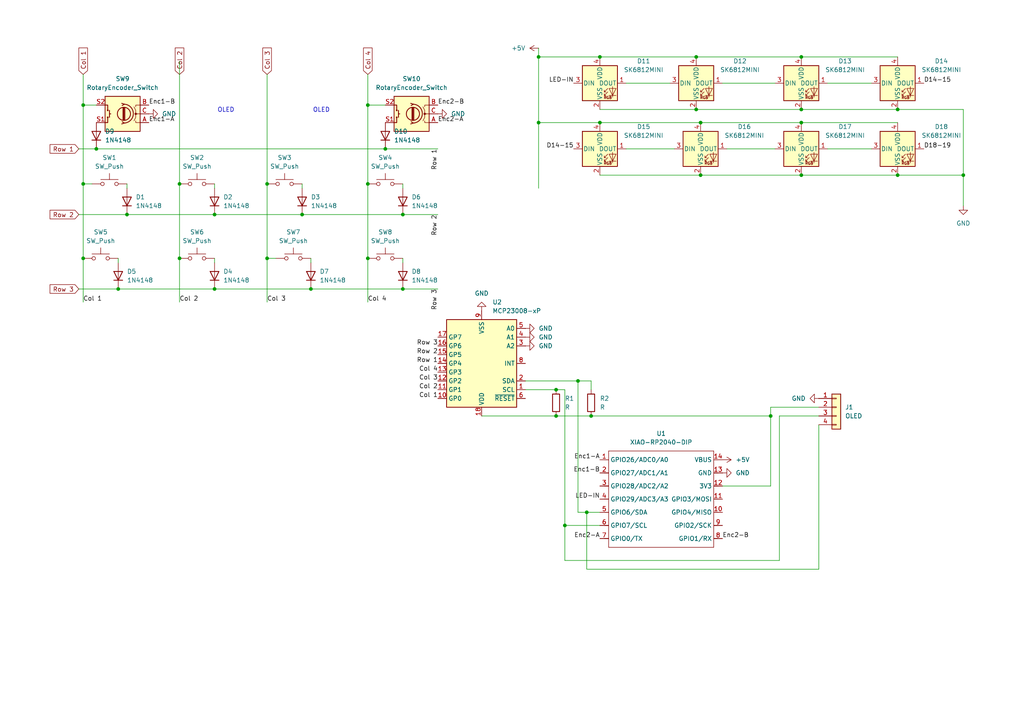
<source format=kicad_sch>
(kicad_sch (version 20250114) (generator "eeschema") (generator_version "9.0")
  (paper "A4")
  (lib_symbols
    (symbol "Connector_Generic:Conn_01x04" (pin_names (offset 1.016) (hide yes))
      (property "Reference" "J" (at 0 5.08 0))
      (property "Value" "Conn_01x04" (at 0 -7.62 0))
      (symbol "Conn_01x04_1_1"
        (rectangle (start -1.27 3.81) (end 1.27 -6.35) (stroke (width 0.254)) (fill (type background)))
        (rectangle (start -1.27 2.667) (end 0 2.413) (stroke (width 0.1524)))
        (rectangle (start -1.27 0.127) (end 0 -0.127) (stroke (width 0.1524)))
        (rectangle (start -1.27 -2.413) (end 0 -2.667) (stroke (width 0.1524)))
        (rectangle (start -1.27 -4.953) (end 0 -5.207) (stroke (width 0.1524)))
        (pin passive line (at -5.08 2.54 0) (length 3.81) (name "Pin_1") (number "1"))
        (pin passive line (at -5.08 0 0) (length 3.81) (name "Pin_2") (number "2"))
        (pin passive line (at -5.08 -2.54 0) (length 3.81) (name "Pin_3") (number "3"))
        (pin passive line (at -5.08 -5.08 0) (length 3.81) (name "Pin_4") (number "4"))
      )
    )
    (symbol "Device:R" (pin_numbers (hide yes)) (pin_names (offset 0))
      (property "Reference" "R" (at 2.032 0 90))
      (property "Value" "R" (at 0 0 90))
      (symbol "R_0_1"
        (rectangle (start -1.016 -2.54) (end 1.016 2.54) (stroke (width 0.254)))
      )
      (symbol "R_1_1"
        (pin passive line (at 0 3.81 270) (length 1.27) (name "~") (number "1"))
        (pin passive line (at 0 -3.81 90) (length 1.27) (name "~") (number "2"))
      )
    )
    (symbol "Device:RotaryEncoder_Switch" (pin_names (offset 0.254) (hide yes))
      (property "Reference" "SW" (at 0 6.604 0))
      (property "Value" "RotaryEncoder_Switch" (at 0 -6.604 0))
      (symbol "RotaryEncoder_Switch_0_1"
        (rectangle (start -5.08 5.08) (end 5.08 -5.08) (stroke (width 0.254)) (fill (type background)))
        (polyline (pts (xy -5.08 2.54) (xy -3.81 2.54) (xy -3.81 2.032)))
        (polyline (pts (xy -5.08 0) (xy -3.81 0) (xy -3.81 -1.016) (xy -3.302 -2.032)))
        (polyline (pts (xy -5.08 -2.54) (xy -3.81 -2.54) (xy -3.81 -2.032)))
        (polyline (pts (xy -4.318 0) (xy -3.81 0) (xy -3.81 1.016) (xy -3.302 2.032)))
        (circle (center -3.81 0) (radius 0.254) (fill (type outline)))
        (polyline (pts (xy -0.635 -1.778) (xy -0.635 1.778)) (stroke (width 0.254)))
        (circle (center -0.381 0) (radius 1.905) (stroke (width 0.254)))
        (polyline (pts (xy -0.381 -1.778) (xy -0.381 1.778)) (stroke (width 0.254)))
        (arc (start -0.381 -2.794) (mid -3.0988 -0.0635) (end -0.381 2.667) (stroke (width 0.254)))
        (polyline (pts (xy -0.127 1.778) (xy -0.127 -1.778)) (stroke (width 0.254)))
        (polyline (pts (xy 0.254 2.921) (xy -0.508 2.667) (xy 0.127 2.286)) (stroke (width 0.254)))
        (polyline (pts (xy 0.254 -3.048) (xy -0.508 -2.794) (xy 0.127 -2.413)) (stroke (width 0.254)))
        (polyline (pts (xy 3.81 1.016) (xy 3.81 -1.016)) (stroke (width 0.254)))
        (polyline (pts (xy 3.81 0) (xy 3.429 0)) (stroke (width 0.254)))
        (circle (center 4.318 1.016) (radius 0.127) (stroke (width 0.254)))
        (circle (center 4.318 -1.016) (radius 0.127) (stroke (width 0.254)))
        (polyline (pts (xy 5.08 2.54) (xy 4.318 2.54) (xy 4.318 1.016)) (stroke (width 0.254)))
        (polyline (pts (xy 5.08 -2.54) (xy 4.318 -2.54) (xy 4.318 -1.016)) (stroke (width 0.254)))
      )
      (symbol "RotaryEncoder_Switch_1_1"
        (pin passive line (at -7.62 2.54 0) (length 2.54) (name "A") (number "A"))
        (pin passive line (at -7.62 0 0) (length 2.54) (name "C") (number "C"))
        (pin passive line (at -7.62 -2.54 0) (length 2.54) (name "B") (number "B"))
        (pin passive line (at 7.62 2.54 180) (length 2.54) (name "S1") (number "S1"))
        (pin passive line (at 7.62 -2.54 180) (length 2.54) (name "S2") (number "S2"))
      )
    )
    (symbol "Diode:1N4148" (pin_numbers (hide yes)) (pin_names (hide yes))
      (property "Reference" "D" (at 0 2.54 0))
      (property "Value" "1N4148" (at 0 -2.54 0))
      (symbol "1N4148_0_1"
        (polyline (pts (xy -1.27 1.27) (xy -1.27 -1.27)) (stroke (width 0.254)))
        (polyline (pts (xy 1.27 1.27) (xy 1.27 -1.27) (xy -1.27 0) (xy 1.27 1.27)) (stroke (width 0.254)))
        (polyline (pts (xy 1.27 0) (xy -1.27 0)))
      )
      (symbol "1N4148_1_1"
        (pin passive line (at -3.81 0 0) (length 2.54) (name "K") (number "1"))
        (pin passive line (at 3.81 0 180) (length 2.54) (name "A") (number "2"))
      )
    )
    (symbol "Interface_Expansion:MCP23008-xP"
      (property "Reference" "U" (at -8.89 13.97 0))
      (property "Value" "MCP23008-xP" (at 8.89 13.97 0))
      (symbol "MCP23008-xP_0_1"
        (rectangle (start -10.16 12.7) (end 10.16 -12.7) (stroke (width 0.254)) (fill (type background)))
      )
      (symbol "MCP23008-xP_1_1"
        (pin input line (at -12.7 10.16 0) (length 2.54) (name "~{RESET}") (number "6"))
        (pin input line (at -12.7 7.62 0) (length 2.54) (name "SCL") (number "1"))
        (pin bidirectional line (at -12.7 5.08 0) (length 2.54) (name "SDA") (number "2"))
        (pin output line (at -12.7 0 0) (length 2.54) (name "INT") (number "8"))
        (pin input line (at -12.7 -5.08 0) (length 2.54) (name "A2") (number "3"))
        (pin input line (at -12.7 -7.62 0) (length 2.54) (name "A1") (number "4"))
        (pin input line (at -12.7 -10.16 0) (length 2.54) (name "A0") (number "5"))
        (pin no_connect line (at -10.16 -2.54 0) (length 2.54) (hide yes) (name "NC") (number "7"))
        (pin power_in line (at 0 15.24 270) (length 2.54) (name "VDD") (number "18"))
        (pin power_in line (at 0 -15.24 90) (length 2.54) (name "VSS") (number "9"))
        (pin bidirectional line (at 12.7 10.16 180) (length 2.54) (name "GP0") (number "10"))
        (pin bidirectional line (at 12.7 7.62 180) (length 2.54) (name "GP1") (number "11"))
        (pin bidirectional line (at 12.7 5.08 180) (length 2.54) (name "GP2") (number "12"))
        (pin bidirectional line (at 12.7 2.54 180) (length 2.54) (name "GP3") (number "13"))
        (pin bidirectional line (at 12.7 0 180) (length 2.54) (name "GP4") (number "14"))
        (pin bidirectional line (at 12.7 -2.54 180) (length 2.54) (name "GP5") (number "15"))
        (pin bidirectional line (at 12.7 -5.08 180) (length 2.54) (name "GP6") (number "16"))
        (pin bidirectional line (at 12.7 -7.62 180) (length 2.54) (name "GP7") (number "17"))
      )
    )
    (symbol "LED:SK6812MINI" (pin_names (offset 0.254))
      (property "Reference" "D" (at 5.08 5.715 0))
      (property "Value" "SK6812MINI" (at 1.27 -5.715 0))
      (symbol "SK6812MINI_0_0"
        (text "RGB" (at 2.286 -4.191 0) (effects (font (size 0.762 0.762))))
      )
      (symbol "SK6812MINI_0_1"
        (polyline (pts (xy 1.27 -2.54) (xy 1.778 -2.54)))
        (polyline (pts (xy 1.27 -3.556) (xy 1.778 -3.556)))
        (polyline (pts (xy 2.286 -1.524) (xy 1.27 -2.54) (xy 1.27 -2.032)))
        (polyline (pts (xy 2.286 -2.54) (xy 1.27 -3.556) (xy 1.27 -3.048)))
        (polyline (pts (xy 3.683 -1.016) (xy 3.683 -3.556) (xy 3.683 -4.064)))
        (polyline (pts (xy 4.699 -1.524) (xy 2.667 -1.524) (xy 3.683 -3.556) (xy 4.699 -1.524)))
        (polyline (pts (xy 4.699 -3.556) (xy 2.667 -3.556)))
        (rectangle (start 5.08 5.08) (end -5.08 -5.08) (stroke (width 0.254)) (fill (type background)))
      )
      (symbol "SK6812MINI_1_1"
        (pin input line (at -7.62 0 0) (length 2.54) (name "DIN") (number "3"))
        (pin power_in line (at 0 7.62 270) (length 2.54) (name "VDD") (number "4"))
        (pin power_in line (at 0 -7.62 90) (length 2.54) (name "VSS") (number "2"))
        (pin output line (at 7.62 0 180) (length 2.54) (name "DOUT") (number "1"))
      )
    )
    (symbol "OPL:XIAO-RP2040-DIP"
      (property "Reference" "U" (at 0 0 0))
      (property "Value" "XIAO-RP2040-DIP" (at 5.334 -1.778 0))
      (symbol "XIAO-RP2040-DIP_1_0"
        (polyline (pts (xy -1.27 -2.54) (xy 29.21 -2.54)) (stroke (width 0.1524)))
        (polyline (pts (xy -1.27 -5.08) (xy -2.54 -5.08)) (stroke (width 0.1524)))
        (polyline (pts (xy -1.27 -5.08) (xy -1.27 -2.54)) (stroke (width 0.1524)))
        (polyline (pts (xy -1.27 -8.89) (xy -2.54 -8.89)) (stroke (width 0.1524)))
        (polyline (pts (xy -1.27 -8.89) (xy -1.27 -5.08)) (stroke (width 0.1524)))
        (polyline (pts (xy -1.27 -12.7) (xy -2.54 -12.7)) (stroke (width 0.1524)))
        (polyline (pts (xy -1.27 -12.7) (xy -1.27 -8.89)) (stroke (width 0.1524)))
        (polyline (pts (xy -1.27 -16.51) (xy -2.54 -16.51)) (stroke (width 0.1524)))
        (polyline (pts (xy -1.27 -16.51) (xy -1.27 -12.7)) (stroke (width 0.1524)))
        (polyline (pts (xy -1.27 -20.32) (xy -2.54 -20.32)) (stroke (width 0.1524)))
        (polyline (pts (xy -1.27 -24.13) (xy -2.54 -24.13)) (stroke (width 0.1524)))
        (polyline (pts (xy -1.27 -27.94) (xy -2.54 -27.94)) (stroke (width 0.1524)))
        (polyline (pts (xy -1.27 -30.48) (xy -1.27 -16.51)) (stroke (width 0.1524)))
        (polyline (pts (xy 29.21 -2.54) (xy 29.21 -5.08)) (stroke (width 0.1524)))
        (polyline (pts (xy 29.21 -5.08) (xy 29.21 -8.89)) (stroke (width 0.1524)))
        (polyline (pts (xy 29.21 -8.89) (xy 29.21 -12.7)) (stroke (width 0.1524)))
        (polyline (pts (xy 29.21 -12.7) (xy 29.21 -30.48)) (stroke (width 0.1524)))
        (polyline (pts (xy 29.21 -30.48) (xy -1.27 -30.48)) (stroke (width 0.1524)))
        (polyline (pts (xy 30.48 -5.08) (xy 29.21 -5.08)) (stroke (width 0.1524)))
        (polyline (pts (xy 30.48 -8.89) (xy 29.21 -8.89)) (stroke (width 0.1524)))
        (polyline (pts (xy 30.48 -12.7) (xy 29.21 -12.7)) (stroke (width 0.1524)))
        (polyline (pts (xy 30.48 -16.51) (xy 29.21 -16.51)) (stroke (width 0.1524)))
        (polyline (pts (xy 30.48 -20.32) (xy 29.21 -20.32)) (stroke (width 0.1524)))
        (polyline (pts (xy 30.48 -24.13) (xy 29.21 -24.13)) (stroke (width 0.1524)))
        (polyline (pts (xy 30.48 -27.94) (xy 29.21 -27.94)) (stroke (width 0.1524)))
        (pin passive line (at -3.81 -5.08 0) (length 2.54) (name "GPIO26/ADC0/A0") (number "1"))
        (pin passive line (at -3.81 -8.89 0) (length 2.54) (name "GPIO27/ADC1/A1") (number "2"))
        (pin passive line (at -3.81 -12.7 0) (length 2.54) (name "GPIO28/ADC2/A2") (number "3"))
        (pin passive line (at -3.81 -16.51 0) (length 2.54) (name "GPIO29/ADC3/A3") (number "4"))
        (pin passive line (at -3.81 -20.32 0) (length 2.54) (name "GPIO6/SDA") (number "5"))
        (pin passive line (at -3.81 -24.13 0) (length 2.54) (name "GPIO7/SCL") (number "6"))
        (pin passive line (at -3.81 -27.94 0) (length 2.54) (name "GPIO0/TX") (number "7"))
        (pin passive line (at 31.75 -5.08 180) (length 2.54) (name "VBUS") (number "14"))
        (pin passive line (at 31.75 -8.89 180) (length 2.54) (name "GND") (number "13"))
        (pin passive line (at 31.75 -12.7 180) (length 2.54) (name "3V3") (number "12"))
        (pin passive line (at 31.75 -16.51 180) (length 2.54) (name "GPIO3/MOSI") (number "11"))
        (pin passive line (at 31.75 -20.32 180) (length 2.54) (name "GPIO4/MISO") (number "10"))
        (pin passive line (at 31.75 -24.13 180) (length 2.54) (name "GPIO2/SCK") (number "9"))
        (pin passive line (at 31.75 -27.94 180) (length 2.54) (name "GPIO1/RX") (number "8"))
      )
    )
    (symbol "Switch:SW_Push" (pin_numbers (hide yes)) (pin_names (offset 1.016) (hide yes))
      (property "Reference" "SW" (at 1.27 2.54 0))
      (property "Value" "SW_Push" (at 0 -1.524 0))
      (symbol "SW_Push_0_1"
        (circle (center -2.032 0) (radius 0.508))
        (polyline (pts (xy 0 1.27) (xy 0 3.048)))
        (circle (center 2.032 0) (radius 0.508))
        (polyline (pts (xy 2.54 1.27) (xy -2.54 1.27)))
        (pin passive line (at -5.08 0 0) (length 2.54) (name "1") (number "1"))
        (pin passive line (at 5.08 0 180) (length 2.54) (name "2") (number "2"))
      )
    )
    (symbol "power:+5V" (power) (pin_numbers (hide yes)) (pin_names (offset 0) (hide yes))
      (property "Value" "+5V" (at 0 3.556 0))
      (symbol "+5V_0_1"
        (polyline (pts (xy -0.762 1.27) (xy 0 2.54)))
        (polyline (pts (xy 0 2.54) (xy 0.762 1.27)))
        (polyline (pts (xy 0 0) (xy 0 2.54)))
      )
      (symbol "+5V_1_1"
        (pin power_in line (at 0 0 90) (length 0) (name "~") (number "1"))
      )
    )
    (symbol "power:GND" (power) (pin_numbers (hide yes)) (pin_names (offset 0) (hide yes))
      (property "Value" "GND" (at 0 -3.81 0))
      (symbol "GND_0_1"
        (polyline (pts (xy 0 0) (xy 0 -1.27) (xy 1.27 -1.27) (xy 0 -2.54) (xy -1.27 -1.27) (xy 0 -1.27)))
      )
      (symbol "GND_1_1"
        (pin power_in line (at 0 0 270) (length 0) (name "~") (number "1"))
      )
    )
  )
  (text "OLED\n" (at 65.532 32.004 0) (effects (font (size 1.27 1.27))))
  (text "OLED\n" (at 93.218 32.004 0) (effects (font (size 1.27 1.27))))
  (junction (at 203.2 35.56))
  (junction (at 106.68 53.34))
  (junction (at 161.29 120.65))
  (junction (at 116.84 62.23))
  (junction (at 173.99 16.51))
  (junction (at 106.68 30.48))
  (junction (at 156.21 16.51))
  (junction (at 24.13 74.93))
  (junction (at 34.29 83.82))
  (junction (at 201.93 16.51))
  (junction (at 173.99 35.56))
  (junction (at 171.45 120.65))
  (junction (at 27.94 43.18))
  (junction (at 90.17 83.82))
  (junction (at 260.35 50.8))
  (junction (at 232.41 50.8))
  (junction (at 170.18 148.59))
  (junction (at 201.93 31.75))
  (junction (at 156.21 35.56))
  (junction (at 62.23 62.23))
  (junction (at 36.83 62.23))
  (junction (at 24.13 30.48))
  (junction (at 116.84 83.82))
  (junction (at 52.07 74.93))
  (junction (at 232.41 31.75))
  (junction (at 24.13 53.34))
  (junction (at 260.35 31.75))
  (junction (at 77.47 53.34))
  (junction (at 87.63 62.23))
  (junction (at 167.64 110.49))
  (junction (at 232.41 16.51))
  (junction (at 163.83 152.4))
  (junction (at 279.4 50.8))
  (junction (at 62.23 83.82))
  (junction (at 52.07 53.34))
  (junction (at 203.2 50.8))
  (junction (at 106.68 74.93))
  (junction (at 232.41 35.56))
  (junction (at 111.76 43.18))
  (junction (at 223.52 120.65))
  (junction (at 77.47 74.93))
  (junction (at 161.29 113.03))
  (wire (pts (xy 116.84 74.93) (xy 116.84 76.2)))
  (wire (pts (xy 203.2 35.56) (xy 232.41 35.56)))
  (wire (pts (xy 173.99 35.56) (xy 203.2 35.56)))
  (wire (pts (xy 181.61 43.18) (xy 195.58 43.18)))
  (wire (pts (xy 173.99 50.8) (xy 203.2 50.8)))
  (wire (pts (xy 279.4 31.75) (xy 260.35 31.75)))
  (wire (pts (xy 24.13 53.34) (xy 26.67 53.34)))
  (wire (pts (xy 87.63 62.23) (xy 116.84 62.23)))
  (wire (pts (xy 90.17 83.82) (xy 116.84 83.82)))
  (wire (pts (xy 167.64 110.49) (xy 167.64 148.59)))
  (wire (pts (xy 106.68 74.93) (xy 106.68 87.63)))
  (wire (pts (xy 22.86 62.23) (xy 36.83 62.23)))
  (wire (pts (xy 90.17 74.93) (xy 90.17 76.2)))
  (wire (pts (xy 223.52 140.97) (xy 223.52 120.65)))
  (wire (pts (xy 24.13 53.34) (xy 24.13 74.93)))
  (wire (pts (xy 156.21 35.56) (xy 156.21 54.61)))
  (wire (pts (xy 24.13 30.48) (xy 24.13 53.34)))
  (wire (pts (xy 24.13 21.59) (xy 24.13 30.48)))
  (wire (pts (xy 36.83 62.23) (xy 62.23 62.23)))
  (wire (pts (xy 77.47 74.93) (xy 80.01 74.93)))
  (wire (pts (xy 232.41 31.75) (xy 260.35 31.75)))
  (wire (pts (xy 232.41 50.8) (xy 260.35 50.8)))
  (wire (pts (xy 27.94 43.18) (xy 111.76 43.18)))
  (wire (pts (xy 201.93 31.75) (xy 232.41 31.75)))
  (wire (pts (xy 279.4 50.8) (xy 279.4 59.69)))
  (wire (pts (xy 226.06 162.56) (xy 163.83 162.56)))
  (wire (pts (xy 167.64 148.59) (xy 170.18 148.59)))
  (wire (pts (xy 36.83 53.34) (xy 36.83 54.61)))
  (wire (pts (xy 161.29 113.03) (xy 163.83 113.03)))
  (wire (pts (xy 223.52 118.11) (xy 223.52 120.65)))
  (wire (pts (xy 139.7 120.65) (xy 161.29 120.65)))
  (wire (pts (xy 171.45 120.65) (xy 161.29 120.65)))
  (wire (pts (xy 106.68 21.59) (xy 106.68 30.48)))
  (wire (pts (xy 171.45 113.03) (xy 171.45 110.49)))
  (wire (pts (xy 22.86 83.82) (xy 34.29 83.82)))
  (wire (pts (xy 223.52 120.65) (xy 171.45 120.65)))
  (wire (pts (xy 24.13 74.93) (xy 24.13 87.63)))
  (wire (pts (xy 173.99 16.51) (xy 156.21 16.51)))
  (wire (pts (xy 24.13 30.48) (xy 27.94 30.48)))
  (wire (pts (xy 223.52 140.97) (xy 209.55 140.97)))
  (wire (pts (xy 173.99 35.56) (xy 156.21 35.56)))
  (wire (pts (xy 156.21 16.51) (xy 156.21 35.56)))
  (wire (pts (xy 232.41 35.56) (xy 260.35 35.56)))
  (wire (pts (xy 181.61 24.13) (xy 194.31 24.13)))
  (wire (pts (xy 156.21 13.97) (xy 156.21 16.51)))
  (wire (pts (xy 152.4 110.49) (xy 167.64 110.49)))
  (wire (pts (xy 77.47 21.59) (xy 77.47 53.34)))
  (wire (pts (xy 240.03 24.13) (xy 252.73 24.13)))
  (wire (pts (xy 22.86 43.18) (xy 27.94 43.18)))
  (wire (pts (xy 203.2 50.8) (xy 232.41 50.8)))
  (wire (pts (xy 52.07 74.93) (xy 52.07 87.63)))
  (wire (pts (xy 116.84 62.23) (xy 127 62.23)))
  (wire (pts (xy 106.68 30.48) (xy 106.68 53.34)))
  (wire (pts (xy 152.4 113.03) (xy 161.29 113.03)))
  (wire (pts (xy 260.35 50.8) (xy 279.4 50.8)))
  (wire (pts (xy 240.03 43.18) (xy 252.73 43.18)))
  (wire (pts (xy 163.83 152.4) (xy 173.99 152.4)))
  (wire (pts (xy 163.83 113.03) (xy 163.83 152.4)))
  (wire (pts (xy 171.45 110.49) (xy 167.64 110.49)))
  (wire (pts (xy 232.41 16.51) (xy 260.35 16.51)))
  (wire (pts (xy 237.49 118.11) (xy 223.52 118.11)))
  (wire (pts (xy 163.83 162.56) (xy 163.83 152.4)))
  (wire (pts (xy 201.93 16.51) (xy 232.41 16.51)))
  (wire (pts (xy 170.18 148.59) (xy 173.99 148.59)))
  (wire (pts (xy 116.84 83.82) (xy 127 83.82)))
  (wire (pts (xy 237.49 123.19) (xy 237.49 165.1)))
  (wire (pts (xy 111.76 43.18) (xy 127 43.18)))
  (wire (pts (xy 62.23 74.93) (xy 62.23 76.2)))
  (wire (pts (xy 34.29 74.93) (xy 34.29 76.2)))
  (wire (pts (xy 77.47 53.34) (xy 77.47 74.93)))
  (wire (pts (xy 210.82 43.18) (xy 224.79 43.18)))
  (wire (pts (xy 226.06 120.65) (xy 226.06 162.56)))
  (wire (pts (xy 87.63 53.34) (xy 87.63 54.61)))
  (wire (pts (xy 62.23 53.34) (xy 62.23 54.61)))
  (wire (pts (xy 62.23 62.23) (xy 87.63 62.23)))
  (wire (pts (xy 77.47 74.93) (xy 77.47 87.63)))
  (wire (pts (xy 173.99 31.75) (xy 201.93 31.75)))
  (wire (pts (xy 52.07 53.34) (xy 52.07 74.93)))
  (wire (pts (xy 62.23 83.82) (xy 90.17 83.82)))
  (wire (pts (xy 116.84 53.34) (xy 116.84 54.61)))
  (wire (pts (xy 170.18 165.1) (xy 170.18 148.59)))
  (wire (pts (xy 106.68 30.48) (xy 111.76 30.48)))
  (wire (pts (xy 34.29 83.82) (xy 62.23 83.82)))
  (wire (pts (xy 237.49 120.65) (xy 226.06 120.65)))
  (wire (pts (xy 52.07 17.78) (xy 52.07 53.34)))
  (wire (pts (xy 209.55 24.13) (xy 224.79 24.13)))
  (wire (pts (xy 106.68 53.34) (xy 106.68 74.93)))
  (wire (pts (xy 173.99 16.51) (xy 201.93 16.51)))
  (wire (pts (xy 237.49 165.1) (xy 170.18 165.1)))
  (wire (pts (xy 279.4 50.8) (xy 279.4 31.75)))
  (label "Enc1-A" (at 173.99 133.35 180))
  (label "Col 1" (at 24.13 87.63 0))
  (label "Col 3" (at 127 110.49 180))
  (label "Enc1-B" (at 43.18 30.48 0))
  (label "Row 3" (at 127 100.33 180))
  (label "Col 4" (at 127 107.95 180))
  (label "Col 2" (at 127 113.03 180))
  (label "Enc2-B" (at 127 30.48 0))
  (label "LED-IN" (at 173.99 144.78 180))
  (label "Enc2-A" (at 127 35.56 0))
  (label "Col 3" (at 77.47 87.63 0))
  (label "Col 2" (at 52.07 87.63 0))
  (label "Col 4" (at 106.68 87.63 0))
  (label "Enc1-B" (at 173.99 137.16 180))
  (label "Enc2-B" (at 209.55 156.21 0))
  (label "Row 2" (at 127 102.87 180))
  (label "D14-15" (at 166.37 43.18 180))
  (label "D18-19" (at 267.97 43.18 0))
  (label "Row 1" (at 127 43.18 270))
  (label "Enc1-A" (at 43.18 35.56 0))
  (label "Row 2" (at 127 62.23 270))
  (label "Enc2-A" (at 173.99 156.21 180))
  (label "LED-IN" (at 166.37 24.13 180))
  (label "Row 1" (at 127 105.41 180))
  (label "Col 1" (at 127 115.57 180))
  (label "D14-15" (at 267.97 24.13 0))
  (label "Row 3" (at 127 83.82 270))
  (global_label "Col 4" (shape input) (at 106.68 21.59 90) (property "Intersheetrefs" "${INTERSHEET_REFS}" (effects (hide yes))))
  (global_label "Row 1" (shape input) (at 22.86 43.18 180) (property "Intersheetrefs" "${INTERSHEET_REFS}" (effects (hide yes))))
  (global_label "Col 1" (shape input) (at 24.13 21.59 90) (property "Intersheetrefs" "${INTERSHEET_REFS}" (effects (hide yes))))
  (global_label "Row 2" (shape input) (at 22.86 62.23 180) (property "Intersheetrefs" "${INTERSHEET_REFS}" (effects (hide yes))))
  (global_label "Col 2" (shape input) (at 52.07 21.59 90) (property "Intersheetrefs" "${INTERSHEET_REFS}" (effects (hide yes))))
  (global_label "Col 3" (shape input) (at 77.47 21.59 90) (property "Intersheetrefs" "${INTERSHEET_REFS}" (effects (hide yes))))
  (global_label "Row 3" (shape input) (at 22.86 83.82 180) (property "Intersheetrefs" "${INTERSHEET_REFS}" (effects (hide yes))))
  (symbol (lib_id "LED:SK6812MINI") (at 173.99 24.13 0) (unit 1)
    (property "Reference" "D11" (at 186.69 17.7098 0))
    (property "Value" "SK6812MINI" (at 186.69 20.2498 0))
    (property "Footprint" "SK6812-E:LED_SK6812-E" (effects (hide yes)))
    (property "Datasheet" "https://cdn-shop.adafruit.com/product-files/2686/SK6812MINI_REV.01-1-2.pdf" (effects (hide yes)))
    (property "Description" "RGB LED with integrated controller" (effects (hide yes)))
    (property "LCSC" "C5149201" (effects (hide yes)))
  )
  (symbol (lib_id "LED:SK6812MINI") (at 260.35 43.18 0) (unit 1)
    (property "Reference" "D18" (at 273.05 36.7598 0))
    (property "Value" "SK6812MINI" (at 273.05 39.2998 0))
    (property "Footprint" "SK6812-E:LED_SK6812-E" (effects (hide yes)))
    (property "Datasheet" "https://cdn-shop.adafruit.com/product-files/2686/SK6812MINI_REV.01-1-2.pdf" (effects (hide yes)))
    (property "Description" "RGB LED with integrated controller" (effects (hide yes)))
    (property "LCSC" "C5149201" (effects (hide yes)))
  )
  (symbol (lib_id "Device:RotaryEncoder_Switch") (at 35.56 33.02 180) (unit 1)
    (property "Reference" "SW9" (at 35.56 22.86 0))
    (property "Value" "RotaryEncoder_Switch" (at 35.56 25.4 0))
    (property "Footprint" "Rotary_Encoder:RotaryEncoder_Alps_EC11E-Switch_Vertical_H20mm" (effects (hide yes)))
    (property "Description" "Rotary encoder, dual channel, incremental quadrate outputs, with switch" (effects (hide yes)))
    (property "LCSC" "C202365" (effects (hide yes)))
  )
  (symbol (lib_id "power:GND") (at 139.7 90.17 180) (unit 1)
    (property "Reference" "#PWR04" (effects (hide yes)))
    (property "Value" "GND" (at 139.7 85.09 0))
    (property "Description" "Power symbol creates a global label with name \"GND\" , ground" (effects (hide yes)))
  )
  (symbol (lib_id "power:GND") (at 209.55 137.16 90) (unit 1)
    (property "Reference" "#PWR01" (effects (hide yes)))
    (property "Value" "GND" (at 213.36 137.1599 90) (effects (justify right)))
    (property "Description" "Power symbol creates a global label with name \"GND\" , ground" (effects (hide yes)))
  )
  (symbol (lib_id "Switch:SW_Push") (at 111.76 53.34 0) (unit 1)
    (property "Reference" "SW4" (at 111.76 45.72 0))
    (property "Value" "SW_Push" (at 111.76 48.26 0))
    (property "Footprint" "Button_Switch_Keyboard:SW_Cherry_MX_1.00u_PCB" (effects (hide yes)))
    (property "Description" "Push button switch, generic, two pins" (effects (hide yes)))
  )
  (symbol (lib_id "power:GND") (at 127 33.02 90) (unit 1)
    (property "Reference" "#PWR03" (effects (hide yes)))
    (property "Value" "GND" (at 130.81 33.0199 90) (effects (justify right)))
    (property "Description" "Power symbol creates a global label with name \"GND\" , ground" (effects (hide yes)))
  )
  (symbol (lib_id "Device:R") (at 171.45 116.84 0) (unit 1)
    (property "Reference" "R2" (at 173.99 115.5699 0) (effects (justify left)))
    (property "Value" "R" (at 173.99 118.1099 0) (effects (justify left)))
    (property "Footprint" "Resistor_THT:R_Axial_DIN0207_L6.3mm_D2.5mm_P7.62mm_Horizontal" (effects (hide yes)))
    (property "Description" "Resistor" (effects (hide yes)))
    (property "LCSC" "C20560790" (effects (hide yes)))
  )
  (symbol (lib_id "power:+5V") (at 156.21 13.97 90) (unit 1)
    (property "Reference" "#PWR010" (effects (hide yes)))
    (property "Value" "+5V" (at 152.4 13.9699 90) (effects (justify left)))
    (property "Description" "Power symbol creates a global label with name \"+5V\"" (effects (hide yes)))
  )
  (symbol (lib_id "Diode:1N4148") (at 116.84 80.01 90) (unit 1)
    (property "Reference" "D8" (at 119.38 78.7399 90) (effects (justify right)))
    (property "Value" "1N4148" (at 119.38 81.2799 90) (effects (justify right)))
    (property "Footprint" "Diode_THT:D_DO-35_SOD27_P7.62mm_Horizontal" (effects (hide yes)))
    (property "Datasheet" "https://assets.nexperia.com/documents/data-sheet/1N4148_1N4448.pdf" (effects (hide yes)))
    (property "Description" "100V 0.15A standard switching diode, DO-35" (effects (hide yes)))
    (property "Sim.Device" "D" (effects (hide yes)))
    (property "Sim.Pins" "1=K 2=A" (effects (hide yes)))
    (property "LCSC" "C84410" (effects (hide yes)))
  )
  (symbol (lib_id "power:GND") (at 237.49 115.57 270) (unit 1)
    (property "Reference" "#PWR08" (effects (hide yes)))
    (property "Value" "GND" (at 233.68 115.5699 90) (effects (justify right)))
    (property "Description" "Power symbol creates a global label with name \"GND\" , ground" (effects (hide yes)))
  )
  (symbol (lib_id "OPL:XIAO-RP2040-DIP") (at 177.8 128.27 0) (unit 1)
    (property "Reference" "U1" (at 191.77 125.73 0))
    (property "Value" "XIAO-RP2040-DIP" (at 191.77 128.27 0))
    (property "Footprint" "OPL:XIAO-RP2040-DIP" (effects (hide yes)))
    (property "LCSC" "C9900176459" (effects (hide yes)))
  )
  (symbol (lib_id "LED:SK6812MINI") (at 173.99 43.18 0) (unit 1)
    (property "Reference" "D15" (at 186.69 36.7598 0))
    (property "Value" "SK6812MINI" (at 186.69 39.2998 0))
    (property "Footprint" "SK6812-E:LED_SK6812-E" (effects (hide yes)))
    (property "Datasheet" "https://cdn-shop.adafruit.com/product-files/2686/SK6812MINI_REV.01-1-2.pdf" (effects (hide yes)))
    (property "Description" "RGB LED with integrated controller" (effects (hide yes)))
    (property "LCSC" "C5149201" (effects (hide yes)))
  )
  (symbol (lib_id "power:GND") (at 152.4 100.33 90) (unit 1)
    (property "Reference" "#PWR07" (effects (hide yes)))
    (property "Value" "GND" (at 156.21 100.3299 90) (effects (justify right)))
    (property "Description" "Power symbol creates a global label with name \"GND\" , ground" (effects (hide yes)))
  )
  (symbol (lib_id "Device:R") (at 161.29 116.84 0) (unit 1)
    (property "Reference" "R1" (at 163.83 115.5699 0) (effects (justify left)))
    (property "Value" "R" (at 163.83 118.1099 0) (effects (justify left)))
    (property "Footprint" "Resistor_THT:R_Axial_DIN0207_L6.3mm_D2.5mm_P7.62mm_Horizontal" (effects (hide yes)))
    (property "Description" "Resistor" (effects (hide yes)))
    (property "LCSC" "C20560790" (effects (hide yes)))
  )
  (symbol (lib_id "Switch:SW_Push") (at 82.55 53.34 0) (unit 1)
    (property "Reference" "SW3" (at 82.55 45.72 0))
    (property "Value" "SW_Push" (at 82.55 48.26 0))
    (property "Footprint" "Button_Switch_Keyboard:SW_Cherry_MX_1.00u_PCB" (effects (hide yes)))
    (property "Description" "Push button switch, generic, two pins" (effects (hide yes)))
  )
  (symbol (lib_id "Diode:1N4148") (at 87.63 58.42 90) (unit 1)
    (property "Reference" "D3" (at 90.17 57.1499 90) (effects (justify right)))
    (property "Value" "1N4148" (at 90.17 59.6899 90) (effects (justify right)))
    (property "Footprint" "Diode_THT:D_DO-35_SOD27_P7.62mm_Horizontal" (effects (hide yes)))
    (property "Datasheet" "https://assets.nexperia.com/documents/data-sheet/1N4148_1N4448.pdf" (effects (hide yes)))
    (property "Description" "100V 0.15A standard switching diode, DO-35" (effects (hide yes)))
    (property "Sim.Device" "D" (effects (hide yes)))
    (property "Sim.Pins" "1=K 2=A" (effects (hide yes)))
    (property "LCSC" "C84410" (effects (hide yes)))
  )
  (symbol (lib_id "Device:RotaryEncoder_Switch") (at 119.38 33.02 180) (unit 1)
    (property "Reference" "SW10" (at 119.38 22.86 0))
    (property "Value" "RotaryEncoder_Switch" (at 119.38 25.4 0))
    (property "Footprint" "Rotary_Encoder:RotaryEncoder_Alps_EC11E-Switch_Vertical_H20mm" (effects (hide yes)))
    (property "Description" "Rotary encoder, dual channel, incremental quadrate outputs, with switch" (effects (hide yes)))
    (property "LCSC" "C202365" (effects (hide yes)))
  )
  (symbol (lib_id "Switch:SW_Push") (at 85.09 74.93 0) (unit 1)
    (property "Reference" "SW7" (at 85.09 67.31 0))
    (property "Value" "SW_Push" (at 85.09 69.85 0))
    (property "Footprint" "Button_Switch_Keyboard:SW_Cherry_MX_1.00u_PCB" (effects (hide yes)))
    (property "Description" "Push button switch, generic, two pins" (effects (hide yes)))
  )
  (symbol (lib_id "power:GND") (at 43.18 33.02 90) (unit 1)
    (property "Reference" "#PWR09" (effects (hide yes)))
    (property "Value" "GND" (at 46.99 33.0199 90) (effects (justify right)))
    (property "Description" "Power symbol creates a global label with name \"GND\" , ground" (effects (hide yes)))
  )
  (symbol (lib_id "Diode:1N4148") (at 36.83 58.42 90) (unit 1)
    (property "Reference" "D1" (at 39.37 57.1499 90) (effects (justify right)))
    (property "Value" "1N4148" (at 39.37 59.6899 90) (effects (justify right)))
    (property "Footprint" "Diode_THT:D_DO-35_SOD27_P7.62mm_Horizontal" (effects (hide yes)))
    (property "Datasheet" "https://assets.nexperia.com/documents/data-sheet/1N4148_1N4448.pdf" (effects (hide yes)))
    (property "Description" "100V 0.15A standard switching diode, DO-35" (effects (hide yes)))
    (property "Sim.Device" "D" (effects (hide yes)))
    (property "Sim.Pins" "1=K 2=A" (effects (hide yes)))
    (property "LCSC" "C84410" (effects (hide yes)))
  )
  (symbol (lib_id "Diode:1N4148") (at 116.84 58.42 90) (unit 1)
    (property "Reference" "D6" (at 119.38 57.1499 90) (effects (justify right)))
    (property "Value" "1N4148" (at 119.38 59.6899 90) (effects (justify right)))
    (property "Footprint" "Diode_THT:D_DO-35_SOD27_P7.62mm_Horizontal" (effects (hide yes)))
    (property "Datasheet" "https://assets.nexperia.com/documents/data-sheet/1N4148_1N4448.pdf" (effects (hide yes)))
    (property "Description" "100V 0.15A standard switching diode, DO-35" (effects (hide yes)))
    (property "Sim.Device" "D" (effects (hide yes)))
    (property "Sim.Pins" "1=K 2=A" (effects (hide yes)))
    (property "LCSC" "C84410" (effects (hide yes)))
  )
  (symbol (lib_id "LED:SK6812MINI") (at 232.41 24.13 0) (unit 1)
    (property "Reference" "D13" (at 245.11 17.7098 0))
    (property "Value" "SK6812MINI" (at 245.11 20.2498 0))
    (property "Footprint" "SK6812-E:LED_SK6812-E" (effects (hide yes)))
    (property "Datasheet" "https://cdn-shop.adafruit.com/product-files/2686/SK6812MINI_REV.01-1-2.pdf" (effects (hide yes)))
    (property "Description" "RGB LED with integrated controller" (effects (hide yes)))
    (property "LCSC" "C5149201" (effects (hide yes)))
  )
  (symbol (lib_id "power:GND") (at 279.4 59.69 0) (unit 1)
    (property "Reference" "#PWR018" (effects (hide yes)))
    (property "Value" "GND" (at 279.4 64.77 0))
    (property "Description" "Power symbol creates a global label with name \"GND\" , ground" (effects (hide yes)))
  )
  (symbol (lib_id "power:GND") (at 152.4 97.79 90) (unit 1)
    (property "Reference" "#PWR06" (effects (hide yes)))
    (property "Value" "GND" (at 156.21 97.7899 90) (effects (justify right)))
    (property "Description" "Power symbol creates a global label with name \"GND\" , ground" (effects (hide yes)))
  )
  (symbol (lib_id "Switch:SW_Push") (at 111.76 74.93 0) (unit 1)
    (property "Reference" "SW8" (at 111.76 67.31 0))
    (property "Value" "SW_Push" (at 111.76 69.85 0))
    (property "Footprint" "Button_Switch_Keyboard:SW_Cherry_MX_1.00u_PCB" (effects (hide yes)))
    (property "Description" "Push button switch, generic, two pins" (effects (hide yes)))
  )
  (symbol (lib_id "Diode:1N4148") (at 34.29 80.01 90) (unit 1)
    (property "Reference" "D5" (at 36.83 78.7399 90) (effects (justify right)))
    (property "Value" "1N4148" (at 36.83 81.2799 90) (effects (justify right)))
    (property "Footprint" "Diode_THT:D_DO-35_SOD27_P7.62mm_Horizontal" (effects (hide yes)))
    (property "Datasheet" "https://assets.nexperia.com/documents/data-sheet/1N4148_1N4448.pdf" (effects (hide yes)))
    (property "Description" "100V 0.15A standard switching diode, DO-35" (effects (hide yes)))
    (property "Sim.Device" "D" (effects (hide yes)))
    (property "Sim.Pins" "1=K 2=A" (effects (hide yes)))
    (property "LCSC" "C84410" (effects (hide yes)))
  )
  (symbol (lib_id "LED:SK6812MINI") (at 232.41 43.18 0) (unit 1)
    (property "Reference" "D17" (at 245.11 36.7598 0))
    (property "Value" "SK6812MINI" (at 245.11 39.2998 0))
    (property "Footprint" "SK6812-E:LED_SK6812-E" (effects (hide yes)))
    (property "Datasheet" "https://cdn-shop.adafruit.com/product-files/2686/SK6812MINI_REV.01-1-2.pdf" (effects (hide yes)))
    (property "Description" "RGB LED with integrated controller" (effects (hide yes)))
    (property "LCSC" "C5149201" (effects (hide yes)))
  )
  (symbol (lib_id "power:+5V") (at 209.55 133.35 270) (unit 1)
    (property "Reference" "#PWR02" (effects (hide yes)))
    (property "Value" "+5V" (at 213.36 133.3499 90) (effects (justify left)))
    (property "Description" "Power symbol creates a global label with name \"+5V\"" (effects (hide yes)))
  )
  (symbol (lib_id "LED:SK6812MINI") (at 201.93 24.13 0) (unit 1)
    (property "Reference" "D12" (at 214.63 17.7098 0))
    (property "Value" "SK6812MINI" (at 214.63 20.2498 0))
    (property "Footprint" "SK6812-E:LED_SK6812-E" (effects (hide yes)))
    (property "Datasheet" "https://cdn-shop.adafruit.com/product-files/2686/SK6812MINI_REV.01-1-2.pdf" (effects (hide yes)))
    (property "Description" "RGB LED with integrated controller" (effects (hide yes)))
    (property "LCSC" "C5149201" (effects (hide yes)))
  )
  (symbol (lib_id "Connector_Generic:Conn_01x04") (at 242.57 118.11 0) (unit 1)
    (property "Reference" "J1" (at 245.11 118.1099 0) (effects (justify left)))
    (property "Value" "OLED" (at 245.11 120.6499 0) (effects (justify left)))
    (property "Footprint" "OLED:SSD1306-0.91-OLED-4pin-128x32" (effects (hide yes)))
    (property "Description" "Generic connector, single row, 01x04, script generated (kicad-library-utils/schlib/autogen/connector/)" (effects (hide yes)))
  )
  (symbol (lib_id "LED:SK6812MINI") (at 203.2 43.18 0) (unit 1)
    (property "Reference" "D16" (at 215.9 36.7598 0))
    (property "Value" "SK6812MINI" (at 215.9 39.2998 0))
    (property "Footprint" "SK6812-E:LED_SK6812-E" (effects (hide yes)))
    (property "Datasheet" "https://cdn-shop.adafruit.com/product-files/2686/SK6812MINI_REV.01-1-2.pdf" (effects (hide yes)))
    (property "Description" "RGB LED with integrated controller" (effects (hide yes)))
    (property "LCSC" "C5149201" (effects (hide yes)))
  )
  (symbol (lib_id "power:GND") (at 152.4 95.25 90) (unit 1)
    (property "Reference" "#PWR05" (effects (hide yes)))
    (property "Value" "GND" (at 156.21 95.2499 90) (effects (justify right)))
    (property "Description" "Power symbol creates a global label with name \"GND\" , ground" (effects (hide yes)))
  )
  (symbol (lib_id "Interface_Expansion:MCP23008-xP") (at 139.7 105.41 180) (unit 1)
    (property "Reference" "U2" (at 142.8181 87.63 0) (effects (justify right)))
    (property "Value" "MCP23008-xP" (at 142.8181 90.17 0) (effects (justify right)))
    (property "Footprint" "Package_DIP:DIP-18_W7.62mm" (effects (hide yes)))
    (property "Datasheet" "http://ww1.microchip.com/downloads/en/DeviceDoc/MCP23008-MCP23S08-Data-Sheet-20001919F.pdf" (effects (hide yes)))
    (property "Description" "8-bit I/O expander, I2C, interrupts, PDIP-18" (effects (hide yes)))
    (property "LCSC" "C646745" (effects (hide yes)))
  )
  (symbol (lib_id "Diode:1N4148") (at 90.17 80.01 90) (unit 1)
    (property "Reference" "D7" (at 92.71 78.7399 90) (effects (justify right)))
    (property "Value" "1N4148" (at 92.71 81.2799 90) (effects (justify right)))
    (property "Footprint" "Diode_THT:D_DO-35_SOD27_P7.62mm_Horizontal" (effects (hide yes)))
    (property "Datasheet" "https://assets.nexperia.com/documents/data-sheet/1N4148_1N4448.pdf" (effects (hide yes)))
    (property "Description" "100V 0.15A standard switching diode, DO-35" (effects (hide yes)))
    (property "Sim.Device" "D" (effects (hide yes)))
    (property "Sim.Pins" "1=K 2=A" (effects (hide yes)))
    (property "LCSC" "C84410" (effects (hide yes)))
  )
  (symbol (lib_id "Switch:SW_Push") (at 29.21 74.93 0) (unit 1)
    (property "Reference" "SW5" (at 29.21 67.31 0))
    (property "Value" "SW_Push" (at 29.21 69.85 0))
    (property "Footprint" "Button_Switch_Keyboard:SW_Cherry_MX_1.00u_PCB" (effects (hide yes)))
    (property "Description" "Push button switch, generic, two pins" (effects (hide yes)))
  )
  (symbol (lib_id "Diode:1N4148") (at 111.76 39.37 90) (unit 1)
    (property "Reference" "D10" (at 114.3 38.0999 90) (effects (justify right)))
    (property "Value" "1N4148" (at 114.3 40.6399 90) (effects (justify right)))
    (property "Footprint" "Diode_THT:D_DO-35_SOD27_P7.62mm_Horizontal" (effects (hide yes)))
    (property "Datasheet" "https://assets.nexperia.com/documents/data-sheet/1N4148_1N4448.pdf" (effects (hide yes)))
    (property "Description" "100V 0.15A standard switching diode, DO-35" (effects (hide yes)))
    (property "Sim.Device" "D" (effects (hide yes)))
    (property "Sim.Pins" "1=K 2=A" (effects (hide yes)))
    (property "LCSC" "C84410" (effects (hide yes)))
  )
  (symbol (lib_id "Diode:1N4148") (at 62.23 80.01 90) (unit 1)
    (property "Reference" "D4" (at 64.77 78.7399 90) (effects (justify right)))
    (property "Value" "1N4148" (at 64.77 81.2799 90) (effects (justify right)))
    (property "Footprint" "Diode_THT:D_DO-35_SOD27_P7.62mm_Horizontal" (effects (hide yes)))
    (property "Datasheet" "https://assets.nexperia.com/documents/data-sheet/1N4148_1N4448.pdf" (effects (hide yes)))
    (property "Description" "100V 0.15A standard switching diode, DO-35" (effects (hide yes)))
    (property "Sim.Device" "D" (effects (hide yes)))
    (property "Sim.Pins" "1=K 2=A" (effects (hide yes)))
    (property "LCSC" "C84410" (effects (hide yes)))
  )
  (symbol (lib_id "LED:SK6812MINI") (at 260.35 24.13 0) (unit 1)
    (property "Reference" "D14" (at 273.05 17.7098 0))
    (property "Value" "SK6812MINI" (at 273.05 20.2498 0))
    (property "Footprint" "SK6812-E:LED_SK6812-E" (effects (hide yes)))
    (property "Datasheet" "https://cdn-shop.adafruit.com/product-files/2686/SK6812MINI_REV.01-1-2.pdf" (effects (hide yes)))
    (property "Description" "RGB LED with integrated controller" (effects (hide yes)))
    (property "LCSC" "C5149201" (effects (hide yes)))
  )
  (symbol (lib_id "Switch:SW_Push") (at 57.15 74.93 0) (unit 1)
    (property "Reference" "SW6" (at 57.15 67.31 0))
    (property "Value" "SW_Push" (at 57.15 69.85 0))
    (property "Footprint" "Button_Switch_Keyboard:SW_Cherry_MX_1.00u_PCB" (effects (hide yes)))
    (property "Description" "Push button switch, generic, two pins" (effects (hide yes)))
  )
  (symbol (lib_id "Switch:SW_Push") (at 31.75 53.34 0) (unit 1)
    (property "Reference" "SW1" (at 31.75 45.72 0))
    (property "Value" "SW_Push" (at 31.75 48.26 0))
    (property "Footprint" "Button_Switch_Keyboard:SW_Cherry_MX_1.00u_PCB" (effects (hide yes)))
    (property "Description" "Push button switch, generic, two pins" (effects (hide yes)))
  )
  (symbol (lib_id "Switch:SW_Push") (at 57.15 53.34 0) (unit 1)
    (property "Reference" "SW2" (at 57.15 45.72 0))
    (property "Value" "SW_Push" (at 57.15 48.26 0))
    (property "Footprint" "Button_Switch_Keyboard:SW_Cherry_MX_1.00u_PCB" (effects (hide yes)))
    (property "Description" "Push button switch, generic, two pins" (effects (hide yes)))
  )
  (symbol (lib_id "Diode:1N4148") (at 62.23 58.42 90) (unit 1)
    (property "Reference" "D2" (at 64.77 57.1499 90) (effects (justify right)))
    (property "Value" "1N4148" (at 64.77 59.6899 90) (effects (justify right)))
    (property "Footprint" "Diode_THT:D_DO-35_SOD27_P7.62mm_Horizontal" (effects (hide yes)))
    (property "Datasheet" "https://assets.nexperia.com/documents/data-sheet/1N4148_1N4448.pdf" (effects (hide yes)))
    (property "Description" "100V 0.15A standard switching diode, DO-35" (effects (hide yes)))
    (property "Sim.Device" "D" (effects (hide yes)))
    (property "Sim.Pins" "1=K 2=A" (effects (hide yes)))
    (property "LCSC" "C84410" (effects (hide yes)))
  )
  (symbol (lib_id "Diode:1N4148") (at 27.94 39.37 90) (unit 1)
    (property "Reference" "D9" (at 30.48 38.0999 90) (effects (justify right)))
    (property "Value" "1N4148" (at 30.48 40.6399 90) (effects (justify right)))
    (property "Footprint" "Diode_THT:D_DO-35_SOD27_P7.62mm_Horizontal" (effects (hide yes)))
    (property "Datasheet" "https://assets.nexperia.com/documents/data-sheet/1N4148_1N4448.pdf" (effects (hide yes)))
    (property "Description" "100V 0.15A standard switching diode, DO-35" (effects (hide yes)))
    (property "Sim.Device" "D" (effects (hide yes)))
    (property "Sim.Pins" "1=K 2=A" (effects (hide yes)))
    (property "LCSC" "C84410" (effects (hide yes)))
  )
)
</source>
